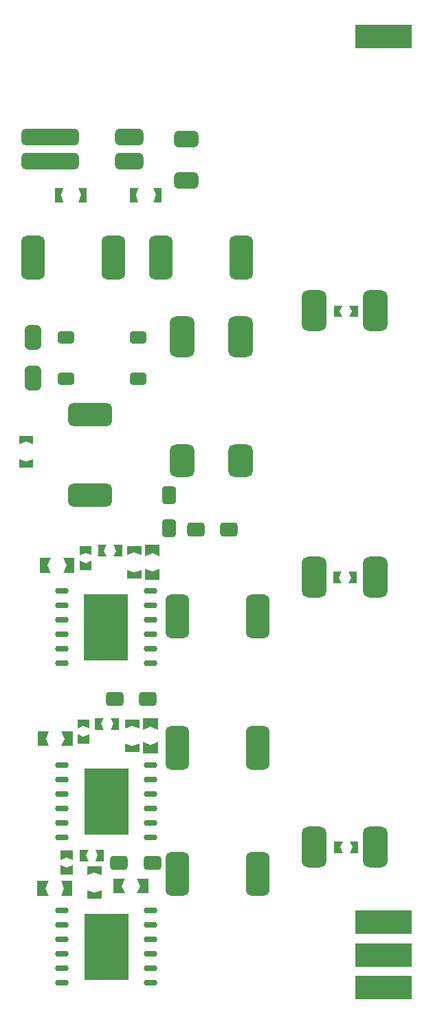
<source format=gtp>
G04 Layer_Color=8421504*
%FSLAX24Y24*%
%MOIN*%
G70*
G01*
G75*
%ADD11R,0.2756X0.1181*%
G04:AMPARAMS|DCode=13|XSize=86.6mil|YSize=68.9mil|CornerRadius=17.2mil|HoleSize=0mil|Usage=FLASHONLY|Rotation=180.000|XOffset=0mil|YOffset=0mil|HoleType=Round|Shape=RoundedRectangle|*
%AMROUNDEDRECTD13*
21,1,0.0866,0.0344,0,0,180.0*
21,1,0.0522,0.0689,0,0,180.0*
1,1,0.0344,-0.0261,0.0172*
1,1,0.0344,0.0261,0.0172*
1,1,0.0344,0.0261,-0.0172*
1,1,0.0344,-0.0261,-0.0172*
%
%ADD13ROUNDEDRECTD13*%
%ADD17R,0.2169X0.3209*%
%ADD18O,0.0669X0.0280*%
G04:AMPARAMS|DCode=19|XSize=212.6mil|YSize=114.2mil|CornerRadius=28.5mil|HoleSize=0mil|Usage=FLASHONLY|Rotation=270.000|XOffset=0mil|YOffset=0mil|HoleType=Round|Shape=RoundedRectangle|*
%AMROUNDEDRECTD19*
21,1,0.2126,0.0571,0,0,270.0*
21,1,0.1555,0.1142,0,0,270.0*
1,1,0.0571,-0.0285,-0.0778*
1,1,0.0571,-0.0285,0.0778*
1,1,0.0571,0.0285,0.0778*
1,1,0.0571,0.0285,-0.0778*
%
%ADD19ROUNDEDRECTD19*%
G04:AMPARAMS|DCode=21|XSize=86.6mil|YSize=68.9mil|CornerRadius=17.2mil|HoleSize=0mil|Usage=FLASHONLY|Rotation=270.000|XOffset=0mil|YOffset=0mil|HoleType=Round|Shape=RoundedRectangle|*
%AMROUNDEDRECTD21*
21,1,0.0866,0.0344,0,0,270.0*
21,1,0.0522,0.0689,0,0,270.0*
1,1,0.0344,-0.0172,-0.0261*
1,1,0.0344,-0.0172,0.0261*
1,1,0.0344,0.0172,0.0261*
1,1,0.0344,0.0172,-0.0261*
%
%ADD21ROUNDEDRECTD21*%
G04:AMPARAMS|DCode=22|XSize=78.7mil|YSize=118.1mil|CornerRadius=19.7mil|HoleSize=0mil|Usage=FLASHONLY|Rotation=270.000|XOffset=0mil|YOffset=0mil|HoleType=Round|Shape=RoundedRectangle|*
%AMROUNDEDRECTD22*
21,1,0.0787,0.0787,0,0,270.0*
21,1,0.0394,0.1181,0,0,270.0*
1,1,0.0394,-0.0394,-0.0197*
1,1,0.0394,-0.0394,0.0197*
1,1,0.0394,0.0394,0.0197*
1,1,0.0394,0.0394,-0.0197*
%
%ADD22ROUNDEDRECTD22*%
G04:AMPARAMS|DCode=23|XSize=137.8mil|YSize=78.7mil|CornerRadius=19.7mil|HoleSize=0mil|Usage=FLASHONLY|Rotation=0.000|XOffset=0mil|YOffset=0mil|HoleType=Round|Shape=RoundedRectangle|*
%AMROUNDEDRECTD23*
21,1,0.1378,0.0394,0,0,0.0*
21,1,0.0984,0.0787,0,0,0.0*
1,1,0.0394,0.0492,-0.0197*
1,1,0.0394,-0.0492,-0.0197*
1,1,0.0394,-0.0492,0.0197*
1,1,0.0394,0.0492,0.0197*
%
%ADD23ROUNDEDRECTD23*%
G04:AMPARAMS|DCode=24|XSize=279.5mil|YSize=78.7mil|CornerRadius=19.7mil|HoleSize=0mil|Usage=FLASHONLY|Rotation=0.000|XOffset=0mil|YOffset=0mil|HoleType=Round|Shape=RoundedRectangle|*
%AMROUNDEDRECTD24*
21,1,0.2795,0.0394,0,0,0.0*
21,1,0.2402,0.0787,0,0,0.0*
1,1,0.0394,0.1201,-0.0197*
1,1,0.0394,-0.1201,-0.0197*
1,1,0.0394,-0.1201,0.0197*
1,1,0.0394,0.1201,0.0197*
%
%ADD24ROUNDEDRECTD24*%
G04:AMPARAMS|DCode=26|XSize=196.9mil|YSize=118.1mil|CornerRadius=29.5mil|HoleSize=0mil|Usage=FLASHONLY|Rotation=270.000|XOffset=0mil|YOffset=0mil|HoleType=Round|Shape=RoundedRectangle|*
%AMROUNDEDRECTD26*
21,1,0.1969,0.0591,0,0,270.0*
21,1,0.1378,0.1181,0,0,270.0*
1,1,0.0591,-0.0295,-0.0689*
1,1,0.0591,-0.0295,0.0689*
1,1,0.0591,0.0295,0.0689*
1,1,0.0591,0.0295,-0.0689*
%
%ADD26ROUNDEDRECTD26*%
G04:AMPARAMS|DCode=27|XSize=157.5mil|YSize=118.1mil|CornerRadius=29.5mil|HoleSize=0mil|Usage=FLASHONLY|Rotation=270.000|XOffset=0mil|YOffset=0mil|HoleType=Round|Shape=RoundedRectangle|*
%AMROUNDEDRECTD27*
21,1,0.1575,0.0591,0,0,270.0*
21,1,0.0984,0.1181,0,0,270.0*
1,1,0.0591,-0.0295,-0.0492*
1,1,0.0591,-0.0295,0.0492*
1,1,0.0591,0.0295,0.0492*
1,1,0.0591,0.0295,-0.0492*
%
%ADD27ROUNDEDRECTD27*%
G04:AMPARAMS|DCode=28|XSize=78.7mil|YSize=118.1mil|CornerRadius=19.7mil|HoleSize=0mil|Usage=FLASHONLY|Rotation=180.000|XOffset=0mil|YOffset=0mil|HoleType=Round|Shape=RoundedRectangle|*
%AMROUNDEDRECTD28*
21,1,0.0787,0.0787,0,0,180.0*
21,1,0.0394,0.1181,0,0,180.0*
1,1,0.0394,-0.0197,0.0394*
1,1,0.0394,0.0197,0.0394*
1,1,0.0394,0.0197,-0.0394*
1,1,0.0394,-0.0197,-0.0394*
%
%ADD28ROUNDEDRECTD28*%
G04:AMPARAMS|DCode=29|XSize=80mil|YSize=60mil|CornerRadius=15mil|HoleSize=0mil|Usage=FLASHONLY|Rotation=0.000|XOffset=0mil|YOffset=0mil|HoleType=Round|Shape=RoundedRectangle|*
%AMROUNDEDRECTD29*
21,1,0.0800,0.0300,0,0,0.0*
21,1,0.0500,0.0600,0,0,0.0*
1,1,0.0300,0.0250,-0.0150*
1,1,0.0300,-0.0250,-0.0150*
1,1,0.0300,-0.0250,0.0150*
1,1,0.0300,0.0250,0.0150*
%
%ADD29ROUNDEDRECTD29*%
G04:AMPARAMS|DCode=30|XSize=212.6mil|YSize=114.2mil|CornerRadius=28.5mil|HoleSize=0mil|Usage=FLASHONLY|Rotation=180.000|XOffset=0mil|YOffset=0mil|HoleType=Round|Shape=RoundedRectangle|*
%AMROUNDEDRECTD30*
21,1,0.2126,0.0571,0,0,180.0*
21,1,0.1555,0.1142,0,0,180.0*
1,1,0.0571,-0.0778,0.0285*
1,1,0.0571,0.0778,0.0285*
1,1,0.0571,0.0778,-0.0285*
1,1,0.0571,-0.0778,-0.0285*
%
%ADD30ROUNDEDRECTD30*%
G04:AMPARAMS|DCode=32|XSize=118.1mil|YSize=196.9mil|CornerRadius=29.5mil|HoleSize=0mil|Usage=FLASHONLY|Rotation=0.000|XOffset=0mil|YOffset=0mil|HoleType=Round|Shape=RoundedRectangle|*
%AMROUNDEDRECTD32*
21,1,0.1181,0.1378,0,0,0.0*
21,1,0.0591,0.1969,0,0,0.0*
1,1,0.0591,0.0295,-0.0689*
1,1,0.0591,-0.0295,-0.0689*
1,1,0.0591,-0.0295,0.0689*
1,1,0.0591,0.0295,0.0689*
%
%ADD32ROUNDEDRECTD32*%
G36*
X42382Y42333D02*
X41968D01*
X42087Y42677D01*
X41968Y43022D01*
X42382D01*
Y42333D01*
D02*
G37*
G36*
X41122Y42677D02*
X41240Y42333D01*
X40827D01*
Y43022D01*
X41240D01*
X41122Y42677D01*
D02*
G37*
G36*
X38750Y42333D02*
X38337D01*
X38455Y42677D01*
X38337Y43022D01*
X38750D01*
Y42333D01*
D02*
G37*
G36*
X37490Y42677D02*
X37608Y42333D01*
X37195D01*
Y43022D01*
X37608D01*
X37490Y42677D01*
D02*
G37*
G36*
X51890Y36791D02*
X51476D01*
X51604Y37067D01*
X51476Y37343D01*
X51890D01*
Y36791D01*
D02*
G37*
G36*
X51014Y37067D02*
X51142Y36791D01*
X50728D01*
Y37343D01*
X51142D01*
X51014Y37067D01*
D02*
G37*
G36*
X36142Y30630D02*
X35797Y30748D01*
X35453Y30630D01*
Y31043D01*
X36142D01*
Y30630D01*
D02*
G37*
G36*
Y29488D02*
X35453D01*
Y29902D01*
X35797Y29783D01*
X36142Y29902D01*
Y29488D01*
D02*
G37*
G36*
X41388Y25266D02*
X41043Y25384D01*
X40699Y25266D01*
Y25679D01*
X41388D01*
Y25266D01*
D02*
G37*
G36*
X38976Y25246D02*
X38691Y25374D01*
X38406Y25246D01*
Y25699D01*
X38976D01*
Y25246D01*
D02*
G37*
G36*
X42283Y25197D02*
X41929Y25354D01*
X41575Y25197D01*
Y25748D01*
X42283D01*
Y25197D01*
D02*
G37*
G36*
X40453D02*
X40039D01*
X40167Y25472D01*
X40039Y25748D01*
X40453D01*
Y25197D01*
D02*
G37*
G36*
X39577Y25472D02*
X39705Y25197D01*
X39291D01*
Y25748D01*
X39705D01*
X39577Y25472D01*
D02*
G37*
G36*
X38976Y24537D02*
X38406D01*
Y24990D01*
X38691Y24862D01*
X38976Y24990D01*
Y24537D01*
D02*
G37*
G36*
X42283Y24055D02*
X41575D01*
Y24606D01*
X41929Y24449D01*
X42283Y24606D01*
Y24055D01*
D02*
G37*
G36*
X41388Y24124D02*
X40699D01*
Y24537D01*
X41043Y24419D01*
X41388Y24537D01*
Y24124D01*
D02*
G37*
G36*
X38150Y24409D02*
X37598D01*
X37756Y24764D01*
X37598Y25118D01*
X38150D01*
Y24409D01*
D02*
G37*
G36*
X36850Y24764D02*
X37008Y24409D01*
X36457D01*
Y25118D01*
X37008D01*
X36850Y24764D01*
D02*
G37*
G36*
X51850Y23898D02*
X51437D01*
X51565Y24173D01*
X51437Y24449D01*
X51850D01*
Y23898D01*
D02*
G37*
G36*
X50974Y24173D02*
X51102Y23898D01*
X50689D01*
Y24449D01*
X51102D01*
X50974Y24173D01*
D02*
G37*
G36*
X41289Y16870D02*
X40945Y16988D01*
X40600Y16870D01*
Y17283D01*
X41289D01*
Y16870D01*
D02*
G37*
G36*
X38858Y16850D02*
X38573Y16978D01*
X38287Y16850D01*
Y17303D01*
X38858D01*
Y16850D01*
D02*
G37*
G36*
X40305Y16801D02*
X39892D01*
X40020Y17077D01*
X39892Y17352D01*
X40305D01*
Y16801D01*
D02*
G37*
G36*
X39429Y17077D02*
X39557Y16801D01*
X39144D01*
Y17352D01*
X39557D01*
X39429Y17077D01*
D02*
G37*
G36*
X42185Y16801D02*
X41831Y16959D01*
X41476Y16801D01*
Y17352D01*
X42185D01*
Y16801D01*
D02*
G37*
G36*
X38858Y16142D02*
X38287D01*
Y16594D01*
X38573Y16467D01*
X38858Y16594D01*
Y16142D01*
D02*
G37*
G36*
X42185Y15659D02*
X41476D01*
Y16211D01*
X41831Y16053D01*
X42185Y16211D01*
Y15659D01*
D02*
G37*
G36*
X41289Y15728D02*
X40600D01*
Y16142D01*
X40945Y16024D01*
X41289Y16142D01*
Y15728D01*
D02*
G37*
G36*
X38051Y16014D02*
X37500D01*
X37657Y16368D01*
X37500Y16722D01*
X38051D01*
Y16014D01*
D02*
G37*
G36*
X36752Y16368D02*
X36909Y16014D01*
X36358D01*
Y16722D01*
X36909D01*
X36752Y16368D01*
D02*
G37*
G36*
X51909Y10837D02*
X51496D01*
X51624Y11112D01*
X51496Y11388D01*
X51909D01*
Y10837D01*
D02*
G37*
G36*
X51033Y11112D02*
X51161Y10837D01*
X50748D01*
Y11388D01*
X51161D01*
X51033Y11112D01*
D02*
G37*
G36*
X38051Y10502D02*
X37766Y10630D01*
X37480Y10502D01*
Y10955D01*
X38051D01*
Y10502D01*
D02*
G37*
G36*
X39567Y10443D02*
X39154D01*
X39281Y10718D01*
X39154Y10994D01*
X39567D01*
Y10443D01*
D02*
G37*
G36*
X38691Y10718D02*
X38819Y10443D01*
X38406D01*
Y10994D01*
X38819D01*
X38691Y10718D01*
D02*
G37*
G36*
X38051Y9793D02*
X37480D01*
Y10246D01*
X37766Y10118D01*
X38051Y10246D01*
Y9793D01*
D02*
G37*
G36*
X39459Y9764D02*
X39114Y9882D01*
X38770Y9764D01*
Y10177D01*
X39459D01*
Y9764D01*
D02*
G37*
G36*
Y8622D02*
X38770D01*
Y9035D01*
X39114Y8917D01*
X39459Y9035D01*
Y8622D01*
D02*
G37*
G36*
X41732Y8878D02*
X41181D01*
X41339Y9232D01*
X41181Y9587D01*
X41732D01*
Y8878D01*
D02*
G37*
G36*
X40433Y9232D02*
X40591Y8878D01*
X40039D01*
Y9587D01*
X40591D01*
X40433Y9232D01*
D02*
G37*
G36*
X38041Y8770D02*
X37490D01*
X37648Y9124D01*
X37490Y9478D01*
X38041D01*
Y8770D01*
D02*
G37*
G36*
X36742Y9124D02*
X36900Y8770D01*
X36348D01*
Y9478D01*
X36900D01*
X36742Y9124D01*
D02*
G37*
D11*
X53120Y7480D02*
D03*
Y5906D02*
D03*
X53130Y50364D02*
D03*
X53120Y4331D02*
D03*
D13*
X41929Y10374D02*
D03*
X40315D02*
D03*
X41713Y18307D02*
D03*
X40098D02*
D03*
X45640Y26506D02*
D03*
X44026D02*
D03*
D17*
X39685Y6309D02*
D03*
X39675Y21762D02*
D03*
X39685Y13337D02*
D03*
D18*
X41831Y4567D02*
D03*
Y5268D02*
D03*
Y5969D02*
D03*
Y6669D02*
D03*
Y7370D02*
D03*
Y8071D02*
D03*
X37539Y4567D02*
D03*
Y5268D02*
D03*
Y5969D02*
D03*
Y6669D02*
D03*
Y7370D02*
D03*
Y8071D02*
D03*
X41821Y20020D02*
D03*
Y20720D02*
D03*
Y21421D02*
D03*
Y22122D02*
D03*
Y22823D02*
D03*
Y23524D02*
D03*
X37530Y20020D02*
D03*
Y20720D02*
D03*
Y21421D02*
D03*
Y22122D02*
D03*
Y22823D02*
D03*
Y23524D02*
D03*
X41831Y11594D02*
D03*
Y12295D02*
D03*
Y12996D02*
D03*
Y13697D02*
D03*
Y14398D02*
D03*
Y15098D02*
D03*
X37539Y11594D02*
D03*
Y12295D02*
D03*
Y12996D02*
D03*
Y13697D02*
D03*
Y14398D02*
D03*
Y15098D02*
D03*
D19*
X47018Y15925D02*
D03*
X43120D02*
D03*
X42323Y39656D02*
D03*
X46220D02*
D03*
X36122D02*
D03*
X40020D02*
D03*
X47037Y9833D02*
D03*
X43140D02*
D03*
X47028Y22293D02*
D03*
X43130D02*
D03*
D21*
X42746Y28169D02*
D03*
Y26555D02*
D03*
D22*
X43583Y45394D02*
D03*
Y43394D02*
D03*
D23*
X40797Y44321D02*
D03*
Y45502D02*
D03*
D24*
X36978Y44321D02*
D03*
Y45502D02*
D03*
D26*
X43376Y35815D02*
D03*
X46201D02*
D03*
D27*
X43376Y29815D02*
D03*
X46201D02*
D03*
D28*
X36132Y33839D02*
D03*
Y35807D02*
D03*
D29*
X37726Y33807D02*
D03*
X41226D02*
D03*
X37726Y35807D02*
D03*
X41226D02*
D03*
D30*
X38907Y28169D02*
D03*
Y32067D02*
D03*
D32*
X52726Y37077D02*
D03*
X49774D02*
D03*
X52736Y11112D02*
D03*
X49783D02*
D03*
X52726Y24183D02*
D03*
X49774D02*
D03*
M02*

</source>
